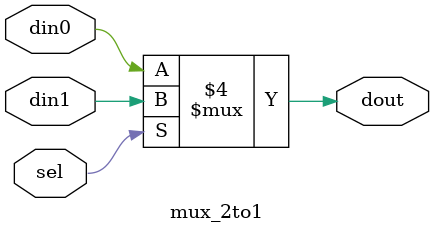
<source format=v>
module mux_2to1(
    input din0, din1, sel,
    output reg dout
);

    always @(*) begin
        if (sel == 1'b0)
        dout = din0;
        else
        dout = din1;
    end
    
endmodule
</source>
